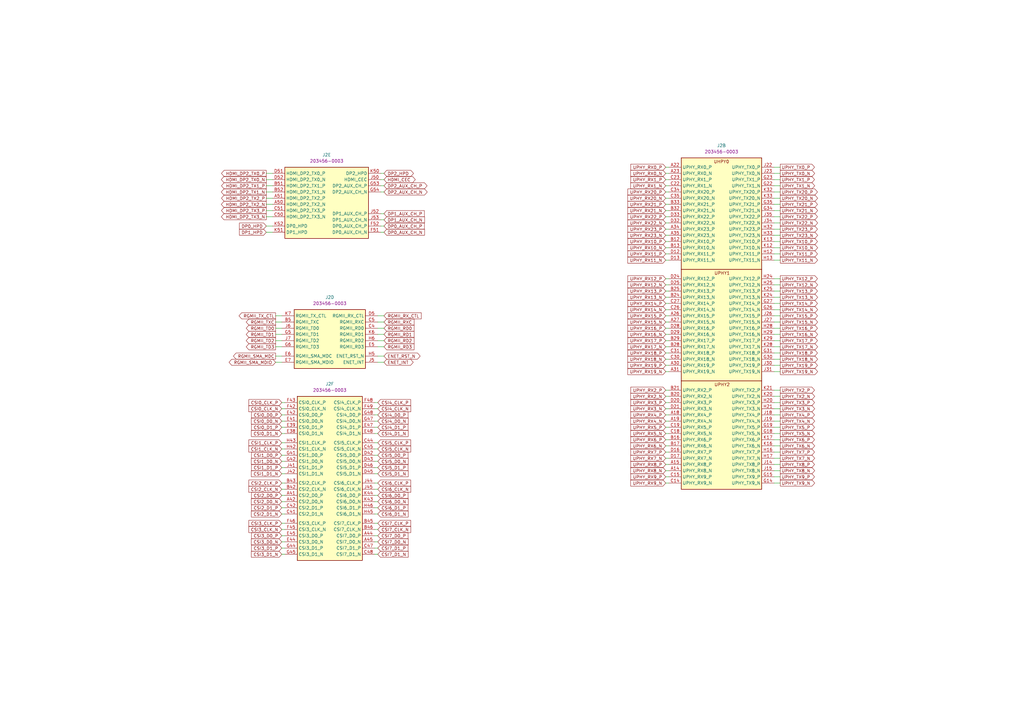
<source format=kicad_sch>
(kicad_sch (version 20250114) (generator "eeschema") (generator_version "9.0")
  (paper "A3")
  (title_block (title "Jetson Orin AGX Baseboard") (date "2025-08-11") (rev "1.0.0") (company "Antmicro Ltd") (comment 1 "www.antmicro.com"))
  (wire (pts (xy 320.04 182.88) (xy 317.5 182.88)))
  (wire (pts (xy 109.22 86.36) (xy 111.76 86.36)))
  (wire (pts (xy 109.22 71.12) (xy 111.76 71.12)))
  (wire (pts (xy 157.48 146.05) (xy 154.94 146.05)))
  (wire (pts (xy 154.94 189.23) (xy 153.67 189.23)))
  (wire (pts (xy 113.03 137.16) (xy 115.57 137.16)))
  (wire (pts (xy 109.22 95.25) (xy 111.76 95.25)))
  (wire (pts (xy 157.48 134.62) (xy 154.94 134.62)))
  (wire (pts (xy 273.05 187.96) (xy 274.32 187.96)))
  (wire (pts (xy 115.57 172.72) (xy 116.84 172.72)))
  (wire (pts (xy 157.48 92.71) (xy 156.21 92.71)))
  (wire (pts (xy 157.48 148.59) (xy 154.94 148.59)))
  (wire (pts (xy 320.04 187.96) (xy 317.5 187.96)))
  (wire (pts (xy 115.57 191.77) (xy 116.84 191.77)))
  (wire (pts (xy 154.94 170.18) (xy 153.67 170.18)))
  (wire (pts (xy 320.04 93.98) (xy 317.5 93.98)))
  (wire (pts (xy 157.48 95.25) (xy 156.21 95.25)))
  (wire (pts (xy 157.48 87.63) (xy 156.21 87.63)))
  (wire (pts (xy 273.05 101.6) (xy 274.32 101.6)))
  (wire (pts (xy 154.94 191.77) (xy 153.67 191.77)))
  (wire (pts (xy 273.05 119.38) (xy 274.32 119.38)))
  (wire (pts (xy 320.04 147.32) (xy 317.5 147.32)))
  (wire (pts (xy 115.57 186.69) (xy 116.84 186.69)))
  (wire (pts (xy 273.05 76.2) (xy 274.32 76.2)))
  (wire (pts (xy 273.05 144.78) (xy 274.32 144.78)))
  (wire (pts (xy 115.57 203.2) (xy 116.84 203.2)))
  (wire (pts (xy 154.94 224.79) (xy 153.67 224.79)))
  (wire (pts (xy 273.05 190.5) (xy 274.32 190.5)))
  (wire (pts (xy 273.05 127) (xy 274.32 127)))
  (wire (pts (xy 273.05 149.86) (xy 274.32 149.86)))
  (wire (pts (xy 273.05 137.16) (xy 274.32 137.16)))
  (wire (pts (xy 273.05 83.82) (xy 274.32 83.82)))
  (wire (pts (xy 154.94 198.12) (xy 153.67 198.12)))
  (wire (pts (xy 273.05 88.9) (xy 274.32 88.9)))
  (wire (pts (xy 273.05 172.72) (xy 274.32 172.72)))
  (wire (pts (xy 273.05 162.56) (xy 274.32 162.56)))
  (wire (pts (xy 154.94 217.17) (xy 153.67 217.17)))
  (wire (pts (xy 115.57 217.17) (xy 116.84 217.17)))
  (wire (pts (xy 273.05 142.24) (xy 274.32 142.24)))
  (wire (pts (xy 115.57 208.28) (xy 116.84 208.28)))
  (wire (pts (xy 157.48 129.54) (xy 154.94 129.54)))
  (wire (pts (xy 273.05 160.02) (xy 274.32 160.02)))
  (wire (pts (xy 273.05 73.66) (xy 274.32 73.66)))
  (wire (pts (xy 273.05 78.74) (xy 274.32 78.74)))
  (wire (pts (xy 115.57 219.71) (xy 116.84 219.71)))
  (wire (pts (xy 157.48 90.17) (xy 156.21 90.17)))
  (wire (pts (xy 154.94 200.66) (xy 153.67 200.66)))
  (wire (pts (xy 115.57 189.23) (xy 116.84 189.23)))
  (wire (pts (xy 154.94 175.26) (xy 153.67 175.26)))
  (wire (pts (xy 320.04 139.7) (xy 317.5 139.7)))
  (wire (pts (xy 115.57 198.12) (xy 116.84 198.12)))
  (wire (pts (xy 273.05 86.36) (xy 274.32 86.36)))
  (wire (pts (xy 320.04 149.86) (xy 317.5 149.86)))
  (wire (pts (xy 115.57 184.15) (xy 116.84 184.15)))
  (wire (pts (xy 320.04 116.84) (xy 317.5 116.84)))
  (wire (pts (xy 109.22 88.9) (xy 111.76 88.9)))
  (wire (pts (xy 115.57 165.1) (xy 116.84 165.1)))
  (wire (pts (xy 113.03 146.05) (xy 115.57 146.05)))
  (wire (pts (xy 273.05 93.98) (xy 274.32 93.98)))
  (wire (pts (xy 273.05 124.46) (xy 274.32 124.46)))
  (wire (pts (xy 273.05 91.44) (xy 274.32 91.44)))
  (wire (pts (xy 320.04 175.26) (xy 317.5 175.26)))
  (wire (pts (xy 273.05 175.26) (xy 274.32 175.26)))
  (wire (pts (xy 320.04 71.12) (xy 317.5 71.12)))
  (wire (pts (xy 154.94 203.2) (xy 153.67 203.2)))
  (wire (pts (xy 320.04 124.46) (xy 317.5 124.46)))
  (wire (pts (xy 154.94 167.64) (xy 153.67 167.64)))
  (wire (pts (xy 157.48 78.74) (xy 156.21 78.74)))
  (wire (pts (xy 320.04 99.06) (xy 317.5 99.06)))
  (wire (pts (xy 273.05 177.8) (xy 274.32 177.8)))
  (wire (pts (xy 320.04 193.04) (xy 317.5 193.04)))
  (wire (pts (xy 113.03 134.62) (xy 115.57 134.62)))
  (wire (pts (xy 113.03 132.08) (xy 115.57 132.08)))
  (wire (pts (xy 109.22 76.2) (xy 111.76 76.2)))
  (wire (pts (xy 157.48 132.08) (xy 154.94 132.08)))
  (wire (pts (xy 109.22 78.74) (xy 111.76 78.74)))
  (wire (pts (xy 320.04 190.5) (xy 317.5 190.5)))
  (wire (pts (xy 320.04 73.66) (xy 317.5 73.66)))
  (wire (pts (xy 115.57 205.74) (xy 116.84 205.74)))
  (wire (pts (xy 273.05 139.7) (xy 274.32 139.7)))
  (wire (pts (xy 115.57 175.26) (xy 116.84 175.26)))
  (wire (pts (xy 320.04 83.82) (xy 317.5 83.82)))
  (wire (pts (xy 154.94 222.25) (xy 153.67 222.25)))
  (wire (pts (xy 273.05 132.08) (xy 274.32 132.08)))
  (wire (pts (xy 320.04 170.18) (xy 317.5 170.18)))
  (wire (pts (xy 115.57 210.82) (xy 116.84 210.82)))
  (wire (pts (xy 154.94 165.1) (xy 153.67 165.1)))
  (wire (pts (xy 273.05 182.88) (xy 274.32 182.88)))
  (wire (pts (xy 273.05 71.12) (xy 274.32 71.12)))
  (wire (pts (xy 273.05 165.1) (xy 274.32 165.1)))
  (wire (pts (xy 320.04 76.2) (xy 317.5 76.2)))
  (wire (pts (xy 273.05 167.64) (xy 274.32 167.64)))
  (wire (pts (xy 320.04 91.44) (xy 317.5 91.44)))
  (wire (pts (xy 320.04 134.62) (xy 317.5 134.62)))
  (wire (pts (xy 273.05 147.32) (xy 274.32 147.32)))
  (wire (pts (xy 115.57 200.66) (xy 116.84 200.66)))
  (wire (pts (xy 154.94 194.31) (xy 153.67 194.31)))
  (wire (pts (xy 113.03 139.7) (xy 115.57 139.7)))
  (wire (pts (xy 320.04 180.34) (xy 317.5 180.34)))
  (wire (pts (xy 320.04 142.24) (xy 317.5 142.24)))
  (wire (pts (xy 320.04 88.9) (xy 317.5 88.9)))
  (wire (pts (xy 273.05 152.4) (xy 274.32 152.4)))
  (wire (pts (xy 320.04 185.42) (xy 317.5 185.42)))
  (wire (pts (xy 320.04 119.38) (xy 317.5 119.38)))
  (wire (pts (xy 154.94 227.33) (xy 153.67 227.33)))
  (wire (pts (xy 154.94 205.74) (xy 153.67 205.74)))
  (wire (pts (xy 320.04 160.02) (xy 317.5 160.02)))
  (wire (pts (xy 273.05 81.28) (xy 274.32 81.28)))
  (wire (pts (xy 109.22 73.66) (xy 111.76 73.66)))
  (wire (pts (xy 320.04 132.08) (xy 317.5 132.08)))
  (wire (pts (xy 320.04 114.3) (xy 317.5 114.3)))
  (wire (pts (xy 273.05 106.68) (xy 274.32 106.68)))
  (wire (pts (xy 273.05 68.58) (xy 274.32 68.58)))
  (wire (pts (xy 113.03 148.59) (xy 115.57 148.59)))
  (wire (pts (xy 320.04 165.1) (xy 317.5 165.1)))
  (wire (pts (xy 115.57 227.33) (xy 116.84 227.33)))
  (wire (pts (xy 273.05 198.12) (xy 274.32 198.12)))
  (wire (pts (xy 154.94 208.28) (xy 153.67 208.28)))
  (wire (pts (xy 320.04 68.58) (xy 317.5 68.58)))
  (wire (pts (xy 115.57 224.79) (xy 116.84 224.79)))
  (wire (pts (xy 273.05 114.3) (xy 274.32 114.3)))
  (wire (pts (xy 115.57 214.63) (xy 116.84 214.63)))
  (wire (pts (xy 157.48 137.16) (xy 154.94 137.16)))
  (wire (pts (xy 154.94 214.63) (xy 153.67 214.63)))
  (wire (pts (xy 273.05 121.92) (xy 274.32 121.92)))
  (wire (pts (xy 320.04 101.6) (xy 317.5 101.6)))
  (wire (pts (xy 320.04 198.12) (xy 317.5 198.12)))
  (wire (pts (xy 320.04 121.92) (xy 317.5 121.92)))
  (wire (pts (xy 320.04 127) (xy 317.5 127)))
  (wire (pts (xy 154.94 177.8) (xy 153.67 177.8)))
  (wire (pts (xy 154.94 181.61) (xy 153.67 181.61)))
  (wire (pts (xy 273.05 180.34) (xy 274.32 180.34)))
  (wire (pts (xy 115.57 170.18) (xy 116.84 170.18)))
  (wire (pts (xy 109.22 83.82) (xy 111.76 83.82)))
  (wire (pts (xy 154.94 186.69) (xy 153.67 186.69)))
  (wire (pts (xy 273.05 134.62) (xy 274.32 134.62)))
  (wire (pts (xy 320.04 106.68) (xy 317.5 106.68)))
  (wire (pts (xy 154.94 184.15) (xy 153.67 184.15)))
  (wire (pts (xy 154.94 219.71) (xy 153.67 219.71)))
  (wire (pts (xy 115.57 177.8) (xy 116.84 177.8)))
  (wire (pts (xy 320.04 96.52) (xy 317.5 96.52)))
  (wire (pts (xy 113.03 142.24) (xy 115.57 142.24)))
  (wire (pts (xy 115.57 222.25) (xy 116.84 222.25)))
  (wire (pts (xy 157.48 142.24) (xy 154.94 142.24)))
  (wire (pts (xy 157.48 76.2) (xy 156.21 76.2)))
  (wire (pts (xy 320.04 144.78) (xy 317.5 144.78)))
  (wire (pts (xy 273.05 195.58) (xy 274.32 195.58)))
  (wire (pts (xy 115.57 181.61) (xy 116.84 181.61)))
  (wire (pts (xy 273.05 170.18) (xy 274.32 170.18)))
  (wire (pts (xy 109.22 92.71) (xy 111.76 92.71)))
  (wire (pts (xy 320.04 152.4) (xy 317.5 152.4)))
  (wire (pts (xy 154.94 210.82) (xy 153.67 210.82)))
  (wire (pts (xy 320.04 78.74) (xy 317.5 78.74)))
  (wire (pts (xy 273.05 116.84) (xy 274.32 116.84)))
  (wire (pts (xy 113.03 129.54) (xy 115.57 129.54)))
  (wire (pts (xy 320.04 81.28) (xy 317.5 81.28)))
  (wire (pts (xy 320.04 104.14) (xy 317.5 104.14)))
  (wire (pts (xy 273.05 104.14) (xy 274.32 104.14)))
  (wire (pts (xy 320.04 137.16) (xy 317.5 137.16)))
  (wire (pts (xy 115.57 167.64) (xy 116.84 167.64)))
  (wire (pts (xy 109.22 81.28) (xy 111.76 81.28)))
  (wire (pts (xy 115.57 194.31) (xy 116.84 194.31)))
  (wire (pts (xy 320.04 86.36) (xy 317.5 86.36)))
  (wire (pts (xy 273.05 193.04) (xy 274.32 193.04)))
  (wire (pts (xy 320.04 129.54) (xy 317.5 129.54)))
  (wire (pts (xy 320.04 167.64) (xy 317.5 167.64)))
  (wire (pts (xy 273.05 185.42) (xy 274.32 185.42)))
  (wire (pts (xy 320.04 195.58) (xy 317.5 195.58)))
  (wire (pts (xy 273.05 99.06) (xy 274.32 99.06)))
  (wire (pts (xy 154.94 172.72) (xy 153.67 172.72)))
  (wire (pts (xy 157.48 139.7) (xy 154.94 139.7)))
  (wire (pts (xy 273.05 96.52) (xy 274.32 96.52)))
  (wire (pts (xy 273.05 129.54) (xy 274.32 129.54)))
  (wire (pts (xy 320.04 162.56) (xy 317.5 162.56)))
  (wire (pts (xy 320.04 177.8) (xy 317.5 177.8)))
  (wire (pts (xy 320.04 172.72) (xy 317.5 172.72)))
  (wire (pts (xy 157.48 71.12) (xy 156.21 71.12)))
  (wire (pts (xy 157.48 73.66) (xy 156.21 73.66)))
  (global_label "HDMI_DP2_TX1_P" (shape output) (at 109.22 76.2 180) (property "Intersheetrefs" "${INTERSHEET_REFS}" (effects (hide yes))))
  (global_label "UPHY_TX2_P" (shape output) (at 320.04 160.02 0) (property "Intersheetrefs" "${INTERSHEET_REFS}" (effects (hide yes))))
  (global_label "UPHY_RX7_P" (shape input) (at 273.05 185.42 180) (property "Intersheetrefs" "${INTERSHEET_REFS}" (effects (hide yes))))
  (global_label "CSI0_D0_P" (shape input) (at 115.57 170.18 180) (property "Intersheetrefs" "${INTERSHEET_REFS}" (effects (hide yes))))
  (global_label "UPHY_RX21_P" (shape input) (at 273.05 83.82 180) (property "Intersheetrefs" "${INTERSHEET_REFS}" (effects (hide yes))))
  (global_label "CSI0_D1_N" (shape input) (at 115.57 177.8 180) (property "Intersheetrefs" "${INTERSHEET_REFS}" (effects (hide yes))))
  (global_label "UPHY_TX18_P" (shape output) (at 320.04 144.78 0) (property "Intersheetrefs" "${INTERSHEET_REFS}" (effects (hide yes))))
  (global_label "CSI5_CLK_P" (shape input) (at 154.94 181.61 0) (property "Intersheetrefs" "${INTERSHEET_REFS}" (effects (hide yes))))
  (global_label "UPHY_RX8_P" (shape input) (at 273.05 190.5 180) (property "Intersheetrefs" "${INTERSHEET_REFS}" (effects (hide yes))))
  (global_label "UPHY_TX7_N" (shape output) (at 320.04 187.96 0) (property "Intersheetrefs" "${INTERSHEET_REFS}" (effects (hide yes))))
  (global_label "DP2_AUX_CH_N" (shape bidirectional) (at 157.48 78.74 0) (property "Intersheetrefs" "${INTERSHEET_REFS}" (effects (hide yes))))
  (global_label "DP1_HPD" (shape input) (at 109.22 95.25 180) (property "Intersheetrefs" "${INTERSHEET_REFS}" (effects (hide yes))))
  (global_label "UPHY_TX20_N" (shape output) (at 320.04 81.28 0) (property "Intersheetrefs" "${INTERSHEET_REFS}" (effects (hide yes))))
  (global_label "CSI6_D1_N" (shape input) (at 154.94 210.82 0) (property "Intersheetrefs" "${INTERSHEET_REFS}" (effects (hide yes))))
  (global_label "HDMI_DP2_TX1_N" (shape output) (at 109.22 78.74 180) (property "Intersheetrefs" "${INTERSHEET_REFS}" (effects (hide yes))))
  (global_label "CSI1_D0_P" (shape input) (at 115.57 186.69 180) (property "Intersheetrefs" "${INTERSHEET_REFS}" (effects (hide yes))))
  (global_label "UPHY_TX12_N" (shape output) (at 320.04 116.84 0) (property "Intersheetrefs" "${INTERSHEET_REFS}" (effects (hide yes))))
  (global_label "HDMI_DP2_TX0_P" (shape output) (at 109.22 71.12 180) (property "Intersheetrefs" "${INTERSHEET_REFS}" (effects (hide yes))))
  (global_label "UPHY_RX0_P" (shape input) (at 273.05 68.58 180) (property "Intersheetrefs" "${INTERSHEET_REFS}" (effects (hide yes))))
  (global_label "UPHY_RX18_P" (shape input) (at 273.05 144.78 180) (property "Intersheetrefs" "${INTERSHEET_REFS}" (effects (hide yes))))
  (global_label "DP2_HPD" (shape bidirectional) (at 157.48 71.12 0) (property "Intersheetrefs" "${INTERSHEET_REFS}" (effects (hide yes))))
  (global_label "HDMI_DP2_TX3_N" (shape output) (at 109.22 88.9 180) (property "Intersheetrefs" "${INTERSHEET_REFS}" (effects (hide yes))))
  (global_label "UPHY_RX14_P" (shape input) (at 273.05 124.46 180) (property "Intersheetrefs" "${INTERSHEET_REFS}" (effects (hide yes))))
  (global_label "UPHY_RX2_P" (shape input) (at 273.05 160.02 180) (property "Intersheetrefs" "${INTERSHEET_REFS}" (effects (hide yes))))
  (global_label "CSI1_D1_N" (shape input) (at 115.57 194.31 180) (property "Intersheetrefs" "${INTERSHEET_REFS}" (effects (hide yes))))
  (global_label "CSI4_D1_P" (shape input) (at 154.94 175.26 0) (property "Intersheetrefs" "${INTERSHEET_REFS}" (effects (hide yes))))
  (global_label "UPHY_RX11_N" (shape input) (at 273.05 106.68 180) (property "Intersheetrefs" "${INTERSHEET_REFS}" (effects (hide yes))))
  (global_label "UPHY_RX0_N" (shape input) (at 273.05 71.12 180) (property "Intersheetrefs" "${INTERSHEET_REFS}" (effects (hide yes))))
  (global_label "HDMI_DP2_TX2_P" (shape output) (at 109.22 81.28 180) (property "Intersheetrefs" "${INTERSHEET_REFS}" (effects (hide yes))))
  (global_label "UPHY_TX3_P" (shape output) (at 320.04 165.1 0) (property "Intersheetrefs" "${INTERSHEET_REFS}" (effects (hide yes))))
  (global_label "UPHY_RX14_N" (shape input) (at 273.05 127 180) (property "Intersheetrefs" "${INTERSHEET_REFS}" (effects (hide yes))))
  (global_label "CSI0_CLK_P" (shape input) (at 115.57 165.1 180) (property "Intersheetrefs" "${INTERSHEET_REFS}" (effects (hide yes))))
  (global_label "CSI3_D0_P" (shape input) (at 115.57 219.71 180) (property "Intersheetrefs" "${INTERSHEET_REFS}" (effects (hide yes))))
  (global_label "UPHY_TX17_P" (shape output) (at 320.04 139.7 0) (property "Intersheetrefs" "${INTERSHEET_REFS}" (effects (hide yes))))
  (global_label "CSI2_D1_N" (shape input) (at 115.57 210.82 180) (property "Intersheetrefs" "${INTERSHEET_REFS}" (effects (hide yes))))
  (global_label "DP2_AUX_CH_P" (shape bidirectional) (at 157.48 76.2 0) (property "Intersheetrefs" "${INTERSHEET_REFS}" (effects (hide yes))))
  (global_label "UPHY_TX8_P" (shape output) (at 320.04 190.5 0) (property "Intersheetrefs" "${INTERSHEET_REFS}" (effects (hide yes))))
  (global_label "UPHY_RX4_N" (shape input) (at 273.05 172.72 180) (property "Intersheetrefs" "${INTERSHEET_REFS}" (effects (hide yes))))
  (global_label "UPHY_RX9_P" (shape input) (at 273.05 195.58 180) (property "Intersheetrefs" "${INTERSHEET_REFS}" (effects (hide yes))))
  (global_label "DP0_AUX_CH_N" (shape input) (at 157.48 95.25 0) (property "Intersheetrefs" "${INTERSHEET_REFS}" (effects (hide yes))))
  (global_label "UPHY_TX21_P" (shape output) (at 320.04 83.82 0) (property "Intersheetrefs" "${INTERSHEET_REFS}" (effects (hide yes))))
  (global_label "CSI5_D0_P" (shape input) (at 154.94 186.69 0) (property "Intersheetrefs" "${INTERSHEET_REFS}" (effects (hide yes))))
  (global_label "UPHY_RX19_N" (shape input) (at 273.05 152.4 180) (property "Intersheetrefs" "${INTERSHEET_REFS}" (effects (hide yes))))
  (global_label "CSI4_D1_N" (shape input) (at 154.94 177.8 0) (property "Intersheetrefs" "${INTERSHEET_REFS}" (effects (hide yes))))
  (global_label "CSI0_D0_N" (shape input) (at 115.57 172.72 180) (property "Intersheetrefs" "${INTERSHEET_REFS}" (effects (hide yes))))
  (global_label "UPHY_RX3_P" (shape input) (at 273.05 165.1 180) (property "Intersheetrefs" "${INTERSHEET_REFS}" (effects (hide yes))))
  (global_label "UPHY_TX22_P" (shape output) (at 320.04 88.9 0) (property "Intersheetrefs" "${INTERSHEET_REFS}" (effects (hide yes))))
  (global_label "CSI3_D1_N" (shape input) (at 115.57 227.33 180) (property "Intersheetrefs" "${INTERSHEET_REFS}" (effects (hide yes))))
  (global_label "UPHY_TX10_P" (shape output) (at 320.04 99.06 0) (property "Intersheetrefs" "${INTERSHEET_REFS}" (effects (hide yes))))
  (global_label "UPHY_RX22_P" (shape input) (at 273.05 88.9 180) (property "Intersheetrefs" "${INTERSHEET_REFS}" (effects (hide yes))))
  (global_label "RGMII_RD3" (shape input) (at 157.48 142.24 0) (property "Intersheetrefs" "${INTERSHEET_REFS}" (effects (hide yes))))
  (global_label "UPHY_RX15_N" (shape input) (at 273.05 132.08 180) (property "Intersheetrefs" "${INTERSHEET_REFS}" (effects (hide yes))))
  (global_label "UPHY_TX6_P" (shape output) (at 320.04 180.34 0) (property "Intersheetrefs" "${INTERSHEET_REFS}" (effects (hide yes))))
  (global_label "UPHY_RX9_N" (shape input) (at 273.05 198.12 180) (property "Intersheetrefs" "${INTERSHEET_REFS}" (effects (hide yes))))
  (global_label "CSI1_D1_P" (shape input) (at 115.57 191.77 180) (property "Intersheetrefs" "${INTERSHEET_REFS}" (effects (hide yes))))
  (global_label "CSI7_D1_P" (shape input) (at 154.94 224.79 0) (property "Intersheetrefs" "${INTERSHEET_REFS}" (effects (hide yes))))
  (global_label "CSI2_D1_P" (shape input) (at 115.57 208.28 180) (property "Intersheetrefs" "${INTERSHEET_REFS}" (effects (hide yes))))
  (global_label "UPHY_TX4_N" (shape output) (at 320.04 172.72 0) (property "Intersheetrefs" "${INTERSHEET_REFS}" (effects (hide yes))))
  (global_label "DP1_AUX_CH_N" (shape input) (at 157.48 90.17 0) (property "Intersheetrefs" "${INTERSHEET_REFS}" (effects (hide yes))))
  (global_label "HDMI_DP2_TX0_N" (shape output) (at 109.22 73.66 180) (property "Intersheetrefs" "${INTERSHEET_REFS}" (effects (hide yes))))
  (global_label "RGMII_RX_CTL" (shape input) (at 157.48 129.54 0) (property "Intersheetrefs" "${INTERSHEET_REFS}" (effects (hide yes))))
  (global_label "CSI6_D0_P" (shape input) (at 154.94 203.2 0) (property "Intersheetrefs" "${INTERSHEET_REFS}" (effects (hide yes))))
  (global_label "UPHY_RX5_P" (shape input) (at 273.05 175.26 180) (property "Intersheetrefs" "${INTERSHEET_REFS}" (effects (hide yes))))
  (global_label "UPHY_RX23_P" (shape input) (at 273.05 93.98 180) (property "Intersheetrefs" "${INTERSHEET_REFS}" (effects (hide yes))))
  (global_label "UPHY_TX18_N" (shape output) (at 320.04 147.32 0) (property "Intersheetrefs" "${INTERSHEET_REFS}" (effects (hide yes))))
  (global_label "UPHY_RX2_N" (shape input) (at 273.05 162.56 180) (property "Intersheetrefs" "${INTERSHEET_REFS}" (effects (hide yes))))
  (global_label "UPHY_TX15_N" (shape output) (at 320.04 132.08 0) (property "Intersheetrefs" "${INTERSHEET_REFS}" (effects (hide yes))))
  (global_label "UPHY_RX6_N" (shape input) (at 273.05 182.88 180) (property "Intersheetrefs" "${INTERSHEET_REFS}" (effects (hide yes))))
  (global_label "RGMII_TD3" (shape output) (at 113.03 142.24 180) (property "Intersheetrefs" "${INTERSHEET_REFS}" (effects (hide yes))))
  (global_label "UPHY_TX19_N" (shape output) (at 320.04 152.4 0) (property "Intersheetrefs" "${INTERSHEET_REFS}" (effects (hide yes))))
  (global_label "UPHY_TX7_P" (shape output) (at 320.04 185.42 0) (property "Intersheetrefs" "${INTERSHEET_REFS}" (effects (hide yes))))
  (global_label "CSI1_D0_N" (shape input) (at 115.57 189.23 180) (property "Intersheetrefs" "${INTERSHEET_REFS}" (effects (hide yes))))
  (global_label "UPHY_RX8_N" (shape input) (at 273.05 193.04 180) (property "Intersheetrefs" "${INTERSHEET_REFS}" (effects (hide yes))))
  (global_label "RGMII_TD0" (shape output) (at 113.03 134.62 180) (property "Intersheetrefs" "${INTERSHEET_REFS}" (effects (hide yes))))
  (global_label "RGMII_RD1" (shape input) (at 157.48 137.16 0) (property "Intersheetrefs" "${INTERSHEET_REFS}" (effects (hide yes))))
  (global_label "DP0_AUX_CH_P" (shape input) (at 157.48 92.71 0) (property "Intersheetrefs" "${INTERSHEET_REFS}" (effects (hide yes))))
  (global_label "UPHY_TX2_N" (shape output) (at 320.04 162.56 0) (property "Intersheetrefs" "${INTERSHEET_REFS}" (effects (hide yes))))
  (global_label "CSI2_D0_P" (shape input) (at 115.57 203.2 180) (property "Intersheetrefs" "${INTERSHEET_REFS}" (effects (hide yes))))
  (global_label "UPHY_RX11_P" (shape input) (at 273.05 104.14 180) (property "Intersheetrefs" "${INTERSHEET_REFS}" (effects (hide yes))))
  (global_label "CSI1_CLK_P" (shape input) (at 115.57 181.61 180) (property "Intersheetrefs" "${INTERSHEET_REFS}" (effects (hide yes))))
  (global_label "UPHY_RX17_N" (shape input) (at 273.05 142.24 180) (property "Intersheetrefs" "${INTERSHEET_REFS}" (effects (hide yes))))
  (global_label "DP1_AUX_CH_P" (shape input) (at 157.48 87.63 0) (property "Intersheetrefs" "${INTERSHEET_REFS}" (effects (hide yes))))
  (global_label "DP0_HPD" (shape input) (at 109.22 92.71 180) (property "Intersheetrefs" "${INTERSHEET_REFS}" (effects (hide yes))))
  (global_label "UPHY_TX22_N" (shape output) (at 320.04 91.44 0) (property "Intersheetrefs" "${INTERSHEET_REFS}" (effects (hide yes))))
  (global_label "CSI6_D0_N" (shape input) (at 154.94 205.74 0) (property "Intersheetrefs" "${INTERSHEET_REFS}" (effects (hide yes))))
  (global_label "RGMII_TX_CTL" (shape output) (at 113.03 129.54 180) (property "Intersheetrefs" "${INTERSHEET_REFS}" (effects (hide yes))))
  (global_label "RGMII_TXC" (shape output) (at 113.03 132.08 180) (property "Intersheetrefs" "${INTERSHEET_REFS}" (effects (hide yes))))
  (global_label "UPHY_RX16_P" (shape input) (at 273.05 134.62 180) (property "Intersheetrefs" "${INTERSHEET_REFS}" (effects (hide yes))))
  (global_label "UPHY_TX5_N" (shape output) (at 320.04 177.8 0) (property "Intersheetrefs" "${INTERSHEET_REFS}" (effects (hide yes))))
  (global_label "CSI5_D0_N" (shape input) (at 154.94 189.23 0) (property "Intersheetrefs" "${INTERSHEET_REFS}" (effects (hide yes))))
  (global_label "UPHY_RX6_P" (shape input) (at 273.05 180.34 180) (property "Intersheetrefs" "${INTERSHEET_REFS}" (effects (hide yes))))
  (global_label "RGMII_RXC" (shape input) (at 157.48 132.08 0) (property "Intersheetrefs" "${INTERSHEET_REFS}" (effects (hide yes))))
  (global_label "CSI0_D1_P" (shape input) (at 115.57 175.26 180) (property "Intersheetrefs" "${INTERSHEET_REFS}" (effects (hide yes))))
  (global_label "UPHY_RX10_N" (shape input) (at 273.05 101.6 180) (property "Intersheetrefs" "${INTERSHEET_REFS}" (effects (hide yes))))
  (global_label "CSI7_D1_N" (shape input) (at 154.94 227.33 0) (property "Intersheetrefs" "${INTERSHEET_REFS}" (effects (hide yes))))
  (global_label "UPHY_TX12_P" (shape output) (at 320.04 114.3 0) (property "Intersheetrefs" "${INTERSHEET_REFS}" (effects (hide yes))))
  (global_label "UPHY_RX22_N" (shape input) (at 273.05 91.44 180) (property "Intersheetrefs" "${INTERSHEET_REFS}" (effects (hide yes))))
  (global_label "UPHY_RX4_P" (shape input) (at 273.05 170.18 180) (property "Intersheetrefs" "${INTERSHEET_REFS}" (effects (hide yes))))
  (global_label "RGMII_TD1" (shape output) (at 113.03 137.16 180) (property "Intersheetrefs" "${INTERSHEET_REFS}" (effects (hide yes))))
  (global_label "UPHY_RX5_N" (shape input) (at 273.05 177.8 180) (property "Intersheetrefs" "${INTERSHEET_REFS}" (effects (hide yes))))
  (global_label "CSI7_D0_N" (shape input) (at 154.94 222.25 0) (property "Intersheetrefs" "${INTERSHEET_REFS}" (effects (hide yes))))
  (global_label "CSI6_CLK_P" (shape input) (at 154.94 198.12 0) (property "Intersheetrefs" "${INTERSHEET_REFS}" (effects (hide yes))))
  (global_label "UPHY_TX0_P" (shape output) (at 320.04 68.58 0) (property "Intersheetrefs" "${INTERSHEET_REFS}" (effects (hide yes))))
  (global_label "UPHY_TX8_N" (shape output) (at 320.04 193.04 0) (property "Intersheetrefs" "${INTERSHEET_REFS}" (effects (hide yes))))
  (global_label "CSI7_CLK_P" (shape input) (at 154.94 214.63 0) (property "Intersheetrefs" "${INTERSHEET_REFS}" (effects (hide yes))))
  (global_label "UPHY_RX20_N" (shape input) (at 273.05 81.28 180) (property "Intersheetrefs" "${INTERSHEET_REFS}" (effects (hide yes))))
  (global_label "UPHY_TX4_P" (shape output) (at 320.04 170.18 0) (property "Intersheetrefs" "${INTERSHEET_REFS}" (effects (hide yes))))
  (global_label "CSI5_D1_N" (shape input) (at 154.94 194.31 0) (property "Intersheetrefs" "${INTERSHEET_REFS}" (effects (hide yes))))
  (global_label "UPHY_TX11_P" (shape output) (at 320.04 104.14 0) (property "Intersheetrefs" "${INTERSHEET_REFS}" (effects (hide yes))))
  (global_label "UPHY_TX9_P" (shape output) (at 320.04 195.58 0) (property "Intersheetrefs" "${INTERSHEET_REFS}" (effects (hide yes))))
  (global_label "HDMI_DP2_TX2_N" (shape output) (at 109.22 83.82 180) (property "Intersheetrefs" "${INTERSHEET_REFS}" (effects (hide yes))))
  (global_label "UPHY_TX20_P" (shape output) (at 320.04 78.74 0) (property "Intersheetrefs" "${INTERSHEET_REFS}" (effects (hide yes))))
  (global_label "UPHY_RX1_P" (shape input) (at 273.05 73.66 180) (property "Intersheetrefs" "${INTERSHEET_REFS}" (effects (hide yes))))
  (global_label "RGMII_SMA_MDC" (shape output) (at 113.03 146.05 180) (property "Intersheetrefs" "${INTERSHEET_REFS}" (effects (hide yes))))
  (global_label "CSI4_D0_N" (shape input) (at 154.94 172.72 0) (property "Intersheetrefs" "${INTERSHEET_REFS}" (effects (hide yes))))
  (global_label "UPHY_RX13_P" (shape input) (at 273.05 119.38 180) (property "Intersheetrefs" "${INTERSHEET_REFS}" (effects (hide yes))))
  (global_label "CSI5_CLK_N" (shape input) (at 154.94 184.15 0) (property "Intersheetrefs" "${INTERSHEET_REFS}" (effects (hide yes))))
  (global_label "UPHY_TX14_N" (shape output) (at 320.04 127 0) (property "Intersheetrefs" "${INTERSHEET_REFS}" (effects (hide yes))))
  (global_label "UPHY_TX16_P" (shape output) (at 320.04 134.62 0) (property "Intersheetrefs" "${INTERSHEET_REFS}" (effects (hide yes))))
  (global_label "RGMII_RD2" (shape input) (at 157.48 139.7 0) (property "Intersheetrefs" "${INTERSHEET_REFS}" (effects (hide yes))))
  (global_label "UPHY_RX3_N" (shape input) (at 273.05 167.64 180) (property "Intersheetrefs" "${INTERSHEET_REFS}" (effects (hide yes))))
  (global_label "UPHY_TX15_P" (shape output) (at 320.04 129.54 0) (property "Intersheetrefs" "${INTERSHEET_REFS}" (effects (hide yes))))
  (global_label "CSI4_CLK_N" (shape input) (at 154.94 167.64 0) (property "Intersheetrefs" "${INTERSHEET_REFS}" (effects (hide yes))))
  (global_label "CSI7_CLK_N" (shape input) (at 154.94 217.17 0) (property "Intersheetrefs" "${INTERSHEET_REFS}" (effects (hide yes))))
  (global_label "CSI3_D1_P" (shape input) (at 115.57 224.79 180) (property "Intersheetrefs" "${INTERSHEET_REFS}" (effects (hide yes))))
  (global_label "UPHY_TX19_P" (shape output) (at 320.04 149.86 0) (property "Intersheetrefs" "${INTERSHEET_REFS}" (effects (hide yes))))
  (global_label "UPHY_TX5_P" (shape output) (at 320.04 175.26 0) (property "Intersheetrefs" "${INTERSHEET_REFS}" (effects (hide yes))))
  (global_label "RGMII_TD2" (shape output) (at 113.03 139.7 180) (property "Intersheetrefs" "${INTERSHEET_REFS}" (effects (hide yes))))
  (global_label "UPHY_TX13_P" (shape output) (at 320.04 119.38 0) (property "Intersheetrefs" "${INTERSHEET_REFS}" (effects (hide yes))))
  (global_label "CSI4_CLK_P" (shape input) (at 154.94 165.1 0) (property "Intersheetrefs" "${INTERSHEET_REFS}" (effects (hide yes))))
  (global_label "UPHY_TX21_N" (shape output) (at 320.04 86.36 0) (property "Intersheetrefs" "${INTERSHEET_REFS}" (effects (hide yes))))
  (global_label "UPHY_TX1_P" (shape output) (at 320.04 73.66 0) (property "Intersheetrefs" "${INTERSHEET_REFS}" (effects (hide yes))))
  (global_label "UPHY_RX19_P" (shape input) (at 273.05 149.86 180) (property "Intersheetrefs" "${INTERSHEET_REFS}" (effects (hide yes))))
  (global_label "UPHY_RX16_N" (shape input) (at 273.05 137.16 180) (property "Intersheetrefs" "${INTERSHEET_REFS}" (effects (hide yes))))
  (global_label "UPHY_RX13_N" (shape input) (at 273.05 121.92 180) (property "Intersheetrefs" "${INTERSHEET_REFS}" (effects (hide yes))))
  (global_label "HDMI_CEC" (shape bidirectional) (at 157.48 73.66 0) (property "Intersheetrefs" "${INTERSHEET_REFS}" (effects (hide yes))))
  (global_label "UPHY_RX15_P" (shape input) (at 273.05 129.54 180) (property "Intersheetrefs" "${INTERSHEET_REFS}" (effects (hide yes))))
  (global_label "UPHY_TX14_P" (shape output) (at 320.04 124.46 0) (property "Intersheetrefs" "${INTERSHEET_REFS}" (effects (hide yes))))
  (global_label "CSI4_D0_P" (shape input) (at 154.94 170.18 0) (property "Intersheetrefs" "${INTERSHEET_REFS}" (effects (hide yes))))
  (global_label "ENET_RST_N" (shape bidirectional) (at 157.48 146.05 0) (property "Intersheetrefs" "${INTERSHEET_REFS}" (effects (hide yes))))
  (global_label "UPHY_RX12_P" (shape input) (at 273.05 114.3 180) (property "Intersheetrefs" "${INTERSHEET_REFS}" (effects (hide yes))))
  (global_label "HDMI_DP2_TX3_P" (shape output) (at 109.22 86.36 180) (property "Intersheetrefs" "${INTERSHEET_REFS}" (effects (hide yes))))
  (global_label "CSI2_CLK_N" (shape input) (at 115.57 200.66 180) (property "Intersheetrefs" "${INTERSHEET_REFS}" (effects (hide yes))))
  (global_label "CSI7_D0_P" (shape input) (at 154.94 219.71 0) (property "Intersheetrefs" "${INTERSHEET_REFS}" (effects (hide yes))))
  (global_label "ENET_INT" (shape bidirectional) (at 157.48 148.59 0) (property "Intersheetrefs" "${INTERSHEET_REFS}" (effects (hide yes))))
  (global_label "UPHY_RX20_P" (shape input) (at 273.05 78.74 180) (property "Intersheetrefs" "${INTERSHEET_REFS}" (effects (hide yes))))
  (global_label "CSI1_CLK_N" (shape input) (at 115.57 184.15 180) (property "Intersheetrefs" "${INTERSHEET_REFS}" (effects (hide yes))))
  (global_label "UPHY_TX23_N" (shape output) (at 320.04 96.52 0) (property "Intersheetrefs" "${INTERSHEET_REFS}" (effects (hide yes))))
  (global_label "UPHY_TX6_N" (shape output) (at 320.04 182.88 0) (property "Intersheetrefs" "${INTERSHEET_REFS}" (effects (hide yes))))
  (global_label "RGMII_SMA_MDIO" (shape bidirectional) (at 113.03 148.59 180) (property "Intersheetrefs" "${INTERSHEET_REFS}" (effects (hide yes))))
  (global_label "CSI3_D0_N" (shape input) (at 115.57 222.25 180) (property "Intersheetrefs" "${INTERSHEET_REFS}" (effects (hide yes))))
  (global_label "UPHY_TX16_N" (shape output) (at 320.04 137.16 0) (property "Intersheetrefs" "${INTERSHEET_REFS}" (effects (hide yes))))
  (global_label "UPHY_TX13_N" (shape output) (at 320.04 121.92 0) (property "Intersheetrefs" "${INTERSHEET_REFS}" (effects (hide yes))))
  (global_label "CSI6_D1_P" (shape input) (at 154.94 208.28 0) (property "Intersheetrefs" "${INTERSHEET_REFS}" (effects (hide yes))))
  (global_label "RGMII_RD0" (shape input) (at 157.48 134.62 0) (property "Intersheetrefs" "${INTERSHEET_REFS}" (effects (hide yes))))
  (global_label "UPHY_RX21_N" (shape input) (at 273.05 86.36 180) (property "Intersheetrefs" "${INTERSHEET_REFS}" (effects (hide yes))))
  (global_label "UPHY_RX10_P" (shape input) (at 273.05 99.06 180) (property "Intersheetrefs" "${INTERSHEET_REFS}" (effects (hide yes))))
  (global_label "CSI6_CLK_N" (shape input) (at 154.94 200.66 0) (property "Intersheetrefs" "${INTERSHEET_REFS}" (effects (hide yes))))
  (global_label "UPHY_RX23_N" (shape input) (at 273.05 96.52 180) (property "Intersheetrefs" "${INTERSHEET_REFS}" (effects (hide yes))))
  (global_label "UPHY_RX18_N" (shape input) (at 273.05 147.32 180) (property "Intersheetrefs" "${INTERSHEET_REFS}" (effects (hide yes))))
  (global_label "UPHY_TX0_N" (shape output) (at 320.04 71.12 0) (property "Intersheetrefs" "${INTERSHEET_REFS}" (effects (hide yes))))
  (global_label "UPHY_TX3_N" (shape output) (at 320.04 167.64 0) (property "Intersheetrefs" "${INTERSHEET_REFS}" (effects (hide yes))))
  (global_label "CSI3_CLK_N" (shape input) (at 115.57 217.17 180) (property "Intersheetrefs" "${INTERSHEET_REFS}" (effects (hide yes))))
  (global_label "UPHY_TX17_N" (shape output) (at 320.04 142.24 0) (property "Intersheetrefs" "${INTERSHEET_REFS}" (effects (hide yes))))
  (global_label "CSI2_CLK_P" (shape input) (at 115.57 198.12 180) (property "Intersheetrefs" "${INTERSHEET_REFS}" (effects (hide yes))))
  (global_label "CSI3_CLK_P" (shape input) (at 115.57 214.63 180) (property "Intersheetrefs" "${INTERSHEET_REFS}" (effects (hide yes))))
  (global_label "CSI0_CLK_N" (shape input) (at 115.57 167.64 180) (property "Intersheetrefs" "${INTERSHEET_REFS}" (effects (hide yes))))
  (global_label "UPHY_RX1_N" (shape input) (at 273.05 76.2 180) (property "Intersheetrefs" "${INTERSHEET_REFS}" (effects (hide yes))))
  (global_label "UPHY_TX10_N" (shape output) (at 320.04 101.6 0) (property "Intersheetrefs" "${INTERSHEET_REFS}" (effects (hide yes))))
  (global_label "UPHY_TX11_N" (shape output) (at 320.04 106.68 0) (property "Intersheetrefs" "${INTERSHEET_REFS}" (effects (hide yes))))
  (global_label "UPHY_TX9_N" (shape output) (at 320.04 198.12 0) (property "Intersheetrefs" "${INTERSHEET_REFS}" (effects (hide yes))))
  (global_label "UPHY_TX1_N" (shape output) (at 320.04 76.2 0) (property "Intersheetrefs" "${INTERSHEET_REFS}" (effects (hide yes))))
  (global_label "UPHY_RX7_N" (shape input) (at 273.05 187.96 180) (property "Intersheetrefs" "${INTERSHEET_REFS}" (effects (hide yes))))
  (global_label "UPHY_RX17_P" (shape input) (at 273.05 139.7 180) (property "Intersheetrefs" "${INTERSHEET_REFS}" (effects (hide yes))))
  (global_label "UPHY_TX23_P" (shape output) (at 320.04 93.98 0) (property "Intersheetrefs" "${INTERSHEET_REFS}" (effects (hide yes))))
  (global_label "CSI2_D0_N" (shape input) (at 115.57 205.74 180) (property "Intersheetrefs" "${INTERSHEET_REFS}" (effects (hide yes))))
  (global_label "UPHY_RX12_N" (shape input) (at 273.05 116.84 180) (property "Intersheetrefs" "${INTERSHEET_REFS}" (effects (hide yes))))
  (global_label "CSI5_D1_P" (shape input) (at 154.94 191.77 0) (property "Intersheetrefs" "${INTERSHEET_REFS}" (effects (hide yes))))
  (symbol (lib_id "antmicroB2BConnectors:Hermaphroditic_Molex_203456-0003_CUSTOM_Jetson_Orin_AGX_H8mm") (at 274.32 68.58 0) (unit 2)
    (property "Reference" "J2" (at 295.91 59.69 0))
    (property "Value" "Hermaphroditic_Molex_203456-0003_CUSTOM_Jetson_Orin_AGX_H8mm" (effects (hide yes)))
    (property "Footprint" "antmicro-footprints:Conn_Hermaphroditic_Molex_203456-0003_mirrored" (effects (hide yes)))
    (property "Datasheet" "https://www.molex.com/content/dam/molex/molex-dot-com/products/automated/en-us/salesdrawingpdf/203/203456/2034560003_sd.pdf?inline" (effects (hide yes)))
    (property "Description" "Mirror Mezz Hermaphroditic Connector, 5.50mm Connector Height, BGA-Attach Mounting, 7 Pair, 11 Row, 699 Circuits, 0.76µm Gold Plating, without Pegs" (effects (hide yes)))
    (property "MPN" "203456-0003" (at 295.91 62.23 0))
    (property "Manufacturer" "Molex" (effects (hide yes)))
    (property "Author" "Antmicro" (effects (hide yes)))
    (property "License" "Apache-2.0" (effects (hide yes)))
  )
  (symbol (lib_id "antmicroB2BConnectors:Hermaphroditic_Molex_203456-0003_CUSTOM_Jetson_Orin_AGX_H8mm") (at 115.57 129.54 0) (unit 4)
    (property "Reference" "J2" (at 135.255 121.92 0))
    (property "Value" "Hermaphroditic_Molex_203456-0003_CUSTOM_Jetson_Orin_AGX_H8mm" (effects (hide yes)))
    (property "Footprint" "antmicro-footprints:Conn_Hermaphroditic_Molex_203456-0003_mirrored" (effects (hide yes)))
    (property "Datasheet" "https://www.molex.com/content/dam/molex/molex-dot-com/products/automated/en-us/salesdrawingpdf/203/203456/2034560003_sd.pdf?inline" (effects (hide yes)))
    (property "Description" "Mirror Mezz Hermaphroditic Connector, 5.50mm Connector Height, BGA-Attach Mounting, 7 Pair, 11 Row, 699 Circuits, 0.76µm Gold Plating, without Pegs" (effects (hide yes)))
    (property "MPN" "203456-0003" (at 135.255 124.46 0))
    (property "Manufacturer" "Molex" (effects (hide yes)))
    (property "Author" "Antmicro" (effects (hide yes)))
    (property "License" "Apache-2.0" (effects (hide yes)))
  )
  (symbol (lib_id "antmicroB2BConnectors:Hermaphroditic_Molex_203456-0003_CUSTOM_Jetson_Orin_AGX_H8mm") (at 116.84 165.1 0) (unit 6)
    (property "Reference" "J2" (at 135.255 157.48 0))
    (property "Value" "Hermaphroditic_Molex_203456-0003_CUSTOM_Jetson_Orin_AGX_H8mm" (effects (hide yes)))
    (property "Footprint" "antmicro-footprints:Conn_Hermaphroditic_Molex_203456-0003_mirrored" (effects (hide yes)))
    (property "Datasheet" "https://www.molex.com/content/dam/molex/molex-dot-com/products/automated/en-us/salesdrawingpdf/203/203456/2034560003_sd.pdf?inline" (effects (hide yes)))
    (property "Description" "Mirror Mezz Hermaphroditic Connector, 5.50mm Connector Height, BGA-Attach Mounting, 7 Pair, 11 Row, 699 Circuits, 0.76µm Gold Plating, without Pegs" (effects (hide yes)))
    (property "MPN" "203456-0003" (at 135.255 160.02 0))
    (property "Manufacturer" "Molex" (effects (hide yes)))
    (property "Author" "Antmicro" (effects (hide yes)))
    (property "License" "Apache-2.0" (effects (hide yes)))
  )
  (symbol (lib_id "antmicroB2BConnectors:Hermaphroditic_Molex_203456-0003_CUSTOM_Jetson_Orin_AGX_H8mm") (at 111.76 71.12 0) (unit 5)
    (property "Reference" "J2" (at 133.985 63.5 0))
    (property "Value" "Hermaphroditic_Molex_203456-0003_CUSTOM_Jetson_Orin_AGX_H8mm" (effects (hide yes)))
    (property "Footprint" "antmicro-footprints:Conn_Hermaphroditic_Molex_203456-0003_mirrored" (effects (hide yes)))
    (property "Datasheet" "https://www.molex.com/content/dam/molex/molex-dot-com/products/automated/en-us/salesdrawingpdf/203/203456/2034560003_sd.pdf?inline" (effects (hide yes)))
    (property "Description" "Mirror Mezz Hermaphroditic Connector, 5.50mm Connector Height, BGA-Attach Mounting, 7 Pair, 11 Row, 699 Circuits, 0.76µm Gold Plating, without Pegs" (effects (hide yes)))
    (property "MPN" "203456-0003" (at 133.985 66.04 0))
    (property "Manufacturer" "Molex" (effects (hide yes)))
    (property "Author" "Antmicro" (effects (hide yes)))
    (property "License" "Apache-2.0" (effects (hide yes)))
  )
)
</source>
